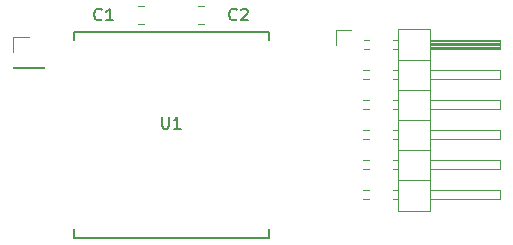
<source format=gbr>
%TF.GenerationSoftware,KiCad,Pcbnew,7.0.1*%
%TF.CreationDate,2023-03-26T17:21:00+02:00*%
%TF.ProjectId,RA01_ANT_PMOD,52413031-5f41-44e5-945f-504d4f442e6b,rev?*%
%TF.SameCoordinates,Original*%
%TF.FileFunction,Legend,Top*%
%TF.FilePolarity,Positive*%
%FSLAX46Y46*%
G04 Gerber Fmt 4.6, Leading zero omitted, Abs format (unit mm)*
G04 Created by KiCad (PCBNEW 7.0.1) date 2023-03-26 17:21:00*
%MOMM*%
%LPD*%
G01*
G04 APERTURE LIST*
%ADD10C,0.150000*%
%ADD11C,0.120000*%
G04 APERTURE END LIST*
D10*
%TO.C,C1*%
X128738333Y-41007380D02*
X128690714Y-41055000D01*
X128690714Y-41055000D02*
X128547857Y-41102619D01*
X128547857Y-41102619D02*
X128452619Y-41102619D01*
X128452619Y-41102619D02*
X128309762Y-41055000D01*
X128309762Y-41055000D02*
X128214524Y-40959761D01*
X128214524Y-40959761D02*
X128166905Y-40864523D01*
X128166905Y-40864523D02*
X128119286Y-40674047D01*
X128119286Y-40674047D02*
X128119286Y-40531190D01*
X128119286Y-40531190D02*
X128166905Y-40340714D01*
X128166905Y-40340714D02*
X128214524Y-40245476D01*
X128214524Y-40245476D02*
X128309762Y-40150238D01*
X128309762Y-40150238D02*
X128452619Y-40102619D01*
X128452619Y-40102619D02*
X128547857Y-40102619D01*
X128547857Y-40102619D02*
X128690714Y-40150238D01*
X128690714Y-40150238D02*
X128738333Y-40197857D01*
X129690714Y-41102619D02*
X129119286Y-41102619D01*
X129405000Y-41102619D02*
X129405000Y-40102619D01*
X129405000Y-40102619D02*
X129309762Y-40245476D01*
X129309762Y-40245476D02*
X129214524Y-40340714D01*
X129214524Y-40340714D02*
X129119286Y-40388333D01*
%TO.C,U1*%
X133858095Y-49262619D02*
X133858095Y-50072142D01*
X133858095Y-50072142D02*
X133905714Y-50167380D01*
X133905714Y-50167380D02*
X133953333Y-50215000D01*
X133953333Y-50215000D02*
X134048571Y-50262619D01*
X134048571Y-50262619D02*
X134239047Y-50262619D01*
X134239047Y-50262619D02*
X134334285Y-50215000D01*
X134334285Y-50215000D02*
X134381904Y-50167380D01*
X134381904Y-50167380D02*
X134429523Y-50072142D01*
X134429523Y-50072142D02*
X134429523Y-49262619D01*
X135429523Y-50262619D02*
X134858095Y-50262619D01*
X135143809Y-50262619D02*
X135143809Y-49262619D01*
X135143809Y-49262619D02*
X135048571Y-49405476D01*
X135048571Y-49405476D02*
X134953333Y-49500714D01*
X134953333Y-49500714D02*
X134858095Y-49548333D01*
%TO.C,C2*%
X140168333Y-41007380D02*
X140120714Y-41055000D01*
X140120714Y-41055000D02*
X139977857Y-41102619D01*
X139977857Y-41102619D02*
X139882619Y-41102619D01*
X139882619Y-41102619D02*
X139739762Y-41055000D01*
X139739762Y-41055000D02*
X139644524Y-40959761D01*
X139644524Y-40959761D02*
X139596905Y-40864523D01*
X139596905Y-40864523D02*
X139549286Y-40674047D01*
X139549286Y-40674047D02*
X139549286Y-40531190D01*
X139549286Y-40531190D02*
X139596905Y-40340714D01*
X139596905Y-40340714D02*
X139644524Y-40245476D01*
X139644524Y-40245476D02*
X139739762Y-40150238D01*
X139739762Y-40150238D02*
X139882619Y-40102619D01*
X139882619Y-40102619D02*
X139977857Y-40102619D01*
X139977857Y-40102619D02*
X140120714Y-40150238D01*
X140120714Y-40150238D02*
X140168333Y-40197857D01*
X140549286Y-40197857D02*
X140596905Y-40150238D01*
X140596905Y-40150238D02*
X140692143Y-40102619D01*
X140692143Y-40102619D02*
X140930238Y-40102619D01*
X140930238Y-40102619D02*
X141025476Y-40150238D01*
X141025476Y-40150238D02*
X141073095Y-40197857D01*
X141073095Y-40197857D02*
X141120714Y-40293095D01*
X141120714Y-40293095D02*
X141120714Y-40388333D01*
X141120714Y-40388333D02*
X141073095Y-40531190D01*
X141073095Y-40531190D02*
X140501667Y-41102619D01*
X140501667Y-41102619D02*
X141120714Y-41102619D01*
D11*
%TO.C,J1*%
X148590000Y-41910000D02*
X149860000Y-41910000D01*
X148590000Y-43180000D02*
X148590000Y-41910000D01*
X150902929Y-45340000D02*
X151357071Y-45340000D01*
X150902929Y-46100000D02*
X151357071Y-46100000D01*
X150902929Y-47880000D02*
X151357071Y-47880000D01*
X150902929Y-48640000D02*
X151357071Y-48640000D01*
X150902929Y-50420000D02*
X151357071Y-50420000D01*
X150902929Y-51180000D02*
X151357071Y-51180000D01*
X150902929Y-52960000D02*
X151357071Y-52960000D01*
X150902929Y-53720000D02*
X151357071Y-53720000D01*
X150902929Y-55500000D02*
X151357071Y-55500000D01*
X150902929Y-56260000D02*
X151357071Y-56260000D01*
X150970000Y-42800000D02*
X151357071Y-42800000D01*
X150970000Y-43560000D02*
X151357071Y-43560000D01*
X153442929Y-42800000D02*
X153840000Y-42800000D01*
X153442929Y-43560000D02*
X153840000Y-43560000D01*
X153442929Y-45340000D02*
X153840000Y-45340000D01*
X153442929Y-46100000D02*
X153840000Y-46100000D01*
X153442929Y-47880000D02*
X153840000Y-47880000D01*
X153442929Y-48640000D02*
X153840000Y-48640000D01*
X153442929Y-50420000D02*
X153840000Y-50420000D01*
X153442929Y-51180000D02*
X153840000Y-51180000D01*
X153442929Y-52960000D02*
X153840000Y-52960000D01*
X153442929Y-53720000D02*
X153840000Y-53720000D01*
X153442929Y-55500000D02*
X153840000Y-55500000D01*
X153442929Y-56260000D02*
X153840000Y-56260000D01*
X153840000Y-41850000D02*
X153840000Y-57210000D01*
X153840000Y-44450000D02*
X156500000Y-44450000D01*
X153840000Y-46990000D02*
X156500000Y-46990000D01*
X153840000Y-49530000D02*
X156500000Y-49530000D01*
X153840000Y-52070000D02*
X156500000Y-52070000D01*
X153840000Y-54610000D02*
X156500000Y-54610000D01*
X153840000Y-57210000D02*
X156500000Y-57210000D01*
X156500000Y-41850000D02*
X153840000Y-41850000D01*
X156500000Y-42800000D02*
X162500000Y-42800000D01*
X156500000Y-42860000D02*
X162500000Y-42860000D01*
X156500000Y-42980000D02*
X162500000Y-42980000D01*
X156500000Y-43100000D02*
X162500000Y-43100000D01*
X156500000Y-43220000D02*
X162500000Y-43220000D01*
X156500000Y-43340000D02*
X162500000Y-43340000D01*
X156500000Y-43460000D02*
X162500000Y-43460000D01*
X156500000Y-45340000D02*
X162500000Y-45340000D01*
X156500000Y-47880000D02*
X162500000Y-47880000D01*
X156500000Y-50420000D02*
X162500000Y-50420000D01*
X156500000Y-52960000D02*
X162500000Y-52960000D01*
X156500000Y-55500000D02*
X162500000Y-55500000D01*
X156500000Y-57210000D02*
X156500000Y-41850000D01*
X162500000Y-42800000D02*
X162500000Y-43560000D01*
X162500000Y-43560000D02*
X156500000Y-43560000D01*
X162500000Y-45340000D02*
X162500000Y-46100000D01*
X162500000Y-46100000D02*
X156500000Y-46100000D01*
X162500000Y-47880000D02*
X162500000Y-48640000D01*
X162500000Y-48640000D02*
X156500000Y-48640000D01*
X162500000Y-50420000D02*
X162500000Y-51180000D01*
X162500000Y-51180000D02*
X156500000Y-51180000D01*
X162500000Y-52960000D02*
X162500000Y-53720000D01*
X162500000Y-53720000D02*
X156500000Y-53720000D01*
X162500000Y-55500000D02*
X162500000Y-56260000D01*
X162500000Y-56260000D02*
X156500000Y-56260000D01*
%TO.C,C1*%
X132341252Y-41375000D02*
X131818748Y-41375000D01*
X132341252Y-39905000D02*
X131818748Y-39905000D01*
D10*
%TO.C,U1*%
X126370000Y-42050000D02*
X142870000Y-42050000D01*
X126370000Y-42800000D02*
X126370000Y-42050000D01*
X126370000Y-58800000D02*
X126370000Y-59550000D01*
X126370000Y-59550000D02*
X142870000Y-59550000D01*
X142870000Y-42050000D02*
X142870000Y-42800000D01*
X142870000Y-59550000D02*
X142870000Y-58800000D01*
D11*
%TO.C,C2*%
X136898748Y-39905000D02*
X137421252Y-39905000D01*
X136898748Y-41375000D02*
X137421252Y-41375000D01*
%TO.C,J2*%
X121225000Y-42485000D02*
X122555000Y-42485000D01*
X121225000Y-43815000D02*
X121225000Y-42485000D01*
X121225000Y-45085000D02*
X121225000Y-45145000D01*
X121225000Y-45085000D02*
X123885000Y-45085000D01*
X121225000Y-45145000D02*
X123885000Y-45145000D01*
X123885000Y-45085000D02*
X123885000Y-45145000D01*
%TD*%
M02*

</source>
